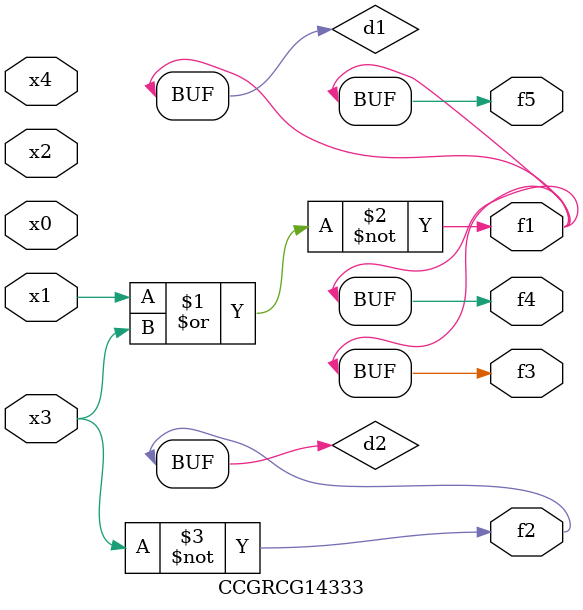
<source format=v>
module CCGRCG14333(
	input x0, x1, x2, x3, x4,
	output f1, f2, f3, f4, f5
);

	wire d1, d2;

	nor (d1, x1, x3);
	not (d2, x3);
	assign f1 = d1;
	assign f2 = d2;
	assign f3 = d1;
	assign f4 = d1;
	assign f5 = d1;
endmodule

</source>
